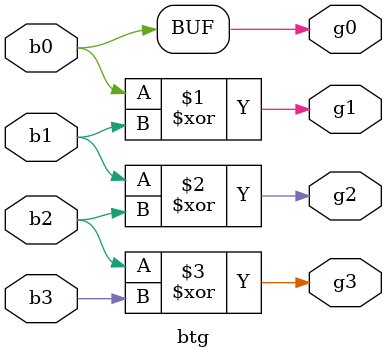
<source format=v>
module btg(b0,b1,b2,b3,g0,g1,g2,g3);
input b0,b1,b2,b3;
output g0,g1,g2,g3;
assign g0=b0;
assign g1=(b0^b1);
assign g2=(b1^b2);
assign g3=(b2^b3);
endmodule

</source>
